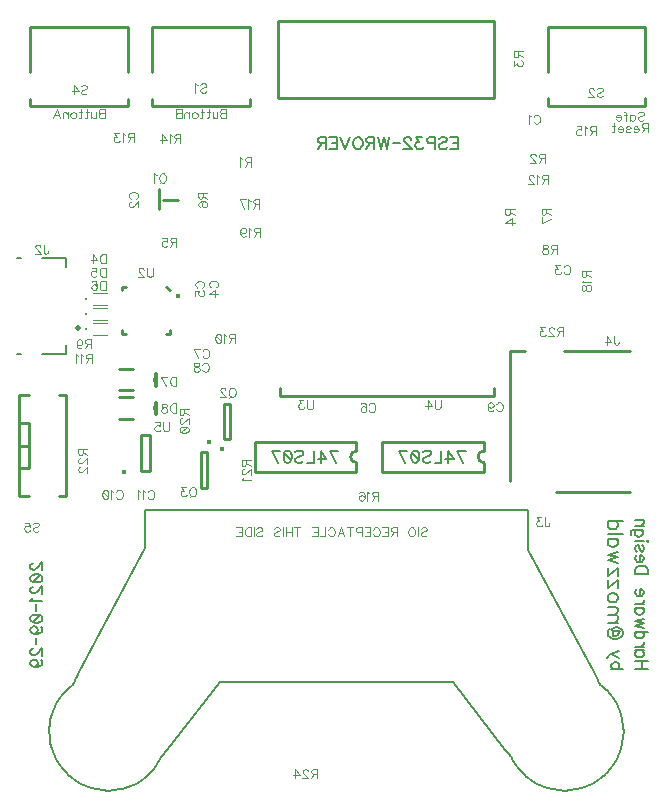
<source format=gbr>
G04 DipTrace 3.3.1.3*
G04 BottomSilk.gbr*
%MOMM*%
G04 #@! TF.FileFunction,Legend,Bot*
G04 #@! TF.Part,Single*
%ADD10C,0.25*%
%ADD14C,0.2*%
%ADD17C,0.1*%
%ADD19C,0.35*%
%ADD24O,0.40037X0.39994*%
%ADD27C,0.15*%
%ADD28O,0.50018X0.49973*%
%ADD41C,0.31758*%
%ADD43O,0.39172X0.39127*%
%ADD58O,0.41029X0.39013*%
%ADD64O,0.39103X0.39118*%
%ADD140C,0.11765*%
%ADD141C,0.15686*%
%ADD142C,0.19608*%
%FSLAX35Y35*%
G04*
G71*
G90*
G75*
G01*
G04 BotSilk*
%LPD*%
X1661754Y5172757D2*
D17*
X1781747D1*
X1661754Y5272757D2*
X1781747D1*
D14*
X1601758Y5222757D3*
X1661754Y5045757D2*
D17*
X1781747D1*
X1661754Y5145757D2*
X1781747D1*
D14*
X1601758Y5095757D3*
X1661754Y4918757D2*
D17*
X1781747D1*
X1661754Y5018757D2*
X1781747D1*
D14*
X1601758Y4968757D3*
X2003035Y4631895D2*
D10*
X1883065D1*
X2003035Y4451905D2*
X1883065D1*
D24*
X2188035Y4541900D3*
X2003035Y4393772D2*
D10*
X1883065D1*
X2003035Y4213782D2*
X1883065D1*
D24*
X2188035Y4303777D3*
D28*
X1529704Y4978915D3*
X1224701Y4763917D2*
D27*
X1434697D1*
Y4833896D1*
X1224701Y5573857D2*
X1434697D1*
Y5493916D1*
X1054732Y4763917D2*
X1014705D1*
X1054732Y5573857D2*
X1014705D1*
X5969855Y1951138D2*
D14*
X5955754Y1961350D1*
X5952836Y1966813D1*
X5947001Y1977975D1*
X5926579Y2016450D1*
X5900808Y2064663D1*
X5347456Y3101825D1*
Y3439550D1*
X5329951D1*
X5169974D1*
X4482904D1*
X3556598D1*
X2702257D1*
X2272899D1*
X2102712D1*
Y3115838D1*
X1542066Y2064663D1*
X1535258Y2052075D1*
X1523588Y2029750D1*
X1516294Y2016450D1*
X1495872Y1977975D1*
X1490037Y1966813D1*
X1487119Y1961350D1*
X1474963Y1952563D1*
X1473018Y1951138D1*
X1436550Y1918125D1*
X1403485Y1881788D1*
X1374310Y1842363D1*
X1349025Y1800325D1*
X1328116Y1755913D1*
X1311583Y1709600D1*
X1299913Y1662100D1*
X1292620Y1613650D1*
X1292133Y1606763D1*
X1290188Y1564488D1*
X1292620Y1515563D1*
X1299913Y1467113D1*
X1311583Y1419375D1*
X1328116Y1373300D1*
X1349025Y1328888D1*
X1374310Y1286850D1*
X1403485Y1247425D1*
X1415641Y1234363D1*
X1436550Y1210850D1*
X1451623Y1197075D1*
X1473018Y1178075D1*
X1512404Y1148863D1*
X1554708Y1123450D1*
X1598957Y1102550D1*
X1645151Y1086163D1*
X1692803Y1074050D1*
X1741428Y1066925D1*
X1790053Y1064550D1*
X1839164Y1066925D1*
X1887789Y1074050D1*
X1914047Y1080700D1*
X1935442Y1086163D1*
X1981635Y1102550D1*
X2025884Y1123450D1*
X2068188Y1148863D1*
X2107574Y1178075D1*
X2128483Y1197075D1*
X2143557Y1210850D1*
X2164952Y1234363D1*
X2176622Y1247425D1*
X2205796Y1286850D1*
X2231081Y1328888D1*
X2238861Y1344800D1*
X2247614Y1355725D1*
X2290404Y1410113D1*
X2737754Y1979638D1*
X4705120D1*
X5152469Y1410113D1*
X5190883Y1361425D1*
X5195259Y1355725D1*
X5204012Y1344800D1*
X5211792Y1328888D1*
X5237077Y1286850D1*
X5266252Y1247425D1*
X5299317Y1210850D1*
X5314391Y1197075D1*
X5329951Y1182825D1*
X5335299Y1178075D1*
X5374686Y1148863D1*
X5416989Y1123450D1*
X5461238Y1102550D1*
X5507432Y1086163D1*
X5555084Y1074050D1*
X5603709Y1066925D1*
X5652820Y1064550D1*
X5701445Y1066925D1*
X5750070Y1074050D1*
X5797723Y1086163D1*
X5843916Y1102550D1*
X5888165Y1123450D1*
X5930469Y1148863D1*
X5969855Y1178075D1*
X5991250Y1197075D1*
X6006324Y1210850D1*
X6010214Y1215363D1*
X6039389Y1247425D1*
X6068564Y1286850D1*
X6093849Y1328888D1*
X6114758Y1373300D1*
X6131290Y1419375D1*
X6142960Y1467113D1*
X6150254Y1515563D1*
X6152685Y1564488D1*
X6151226Y1595125D1*
X6150254Y1613650D1*
X6142960Y1662100D1*
X6131290Y1709600D1*
X6114758Y1755913D1*
X6093849Y1800325D1*
X6068564Y1842363D1*
X6039389Y1881788D1*
X6010214Y1913613D1*
X6006324Y1918125D1*
X5969855Y1951138D1*
X6208878Y4789699D2*
D10*
X5647157D1*
X5320836D2*
X5191304D1*
Y3687581D1*
X5577409Y3589360D2*
X6205141D1*
X2256496Y6065133D2*
X2383510D1*
D41*
X2218680Y6144333D3*
D43*
X2645396Y4017274D3*
X2772756Y4040644D2*
D10*
Y4340630D1*
X2822757D1*
Y4040644D1*
X2772756D1*
D43*
X2751867Y3951736D3*
X2624507Y3928366D2*
D10*
Y3628380D1*
X2574506D1*
Y3928366D1*
X2624507D1*
X2161598Y7145666D2*
Y7526676D1*
X2987162Y7145666D2*
X2987073Y7526676D1*
X2161598D2*
X2987162D1*
X2161598Y6923399D2*
Y6859877D1*
X2987162D1*
Y6923399D1*
X5511225Y7147082D2*
Y7528093D1*
X6336789Y7147082D2*
X6336700Y7528093D1*
X5511225D2*
X6336789D1*
X5511225Y6924816D2*
Y6861293D1*
X6336789D1*
Y6924816D1*
X1129725Y7145692D2*
Y7526703D1*
X1955289Y7145692D2*
X1955200Y7526703D1*
X1129725D2*
X1955289D1*
X1129725Y6923426D2*
Y6859903D1*
X1955289D1*
Y6923426D1*
X1433960Y4412803D2*
X1369697Y4412920D1*
X1036310Y4174785D2*
X1116456Y4174668D1*
Y3793698D1*
X1036310Y3793815D1*
X1116456Y3984183D2*
X1036310Y3984300D1*
X1037039Y4412803D2*
X1036310Y3555680D1*
X1433960Y4412803D2*
X1433231Y3555680D1*
X1116456Y3555563D2*
X1036310Y3555680D1*
X1116456Y4412803D2*
X1036310Y4412920D1*
X1433960Y3555563D2*
X1369697Y3555680D1*
X5056486Y7581078D2*
X3230966D1*
Y6930204D1*
X5056486D1*
Y7581078D1*
Y4470534D2*
Y4407034D1*
X3437219Y4406082D1*
X3246728Y4407034D2*
Y4470534D1*
Y4407034D2*
X3484890D1*
X2308368Y5299511D2*
X2278420Y5329503D1*
X2308368Y4929510D2*
X2278420D1*
X2308368D2*
Y4959503D1*
X1908217Y4929510D2*
Y4959503D1*
Y4929510D2*
X1938270D1*
X1908217Y5329503D2*
Y5299511D1*
Y5329503D2*
X1938270D1*
D58*
X2377856Y5254010D3*
X3890643Y3759362D2*
D10*
X3030617D1*
X3890643Y4019398D2*
X3030617D1*
Y3759362D2*
Y4019398D1*
X3890643Y3759362D2*
Y3839356D1*
Y3939404D2*
Y4019398D1*
Y3839356D2*
G02X3890643Y3939404I-30J50024D01*
G01*
X4970143Y3759362D2*
X4110117D1*
X4970143Y4019398D2*
X4110117D1*
Y3759362D2*
Y4019398D1*
X4970143Y3759362D2*
Y3839356D1*
Y3939404D2*
Y4019398D1*
Y3839356D2*
G02X4970143Y3939404I-30J50024D01*
G01*
D64*
X1926152Y3757396D3*
X2063478Y3770762D2*
D10*
Y4070757D1*
X2143464Y3770762D2*
Y4070757D1*
X2063478D2*
X2143464D1*
X2063478Y3770762D2*
X2143464D1*
X2190633Y4587757D2*
D19*
Y4492507D1*
Y4349630D2*
Y4254380D1*
X2222383Y6159380D2*
D10*
Y5984757D1*
X5390904Y6768868D2*
D140*
X5394526Y6776112D1*
X5401854Y6783440D1*
X5409098Y6787062D1*
X5423670D1*
X5430998Y6783440D1*
X5438242Y6776112D1*
X5441948Y6768868D1*
X5445570Y6757918D1*
Y6739640D1*
X5441948Y6728774D1*
X5438242Y6721446D1*
X5430998Y6714202D1*
X5423670Y6710496D1*
X5409098D1*
X5401854Y6714202D1*
X5394526Y6721446D1*
X5390904Y6728774D1*
X5367375Y6772405D2*
X5360047Y6776112D1*
X5349097Y6786977D1*
Y6710496D1*
X1982862Y6075587D2*
X1975618Y6079209D1*
X1968290Y6086537D1*
X1964668Y6093781D1*
Y6108353D1*
X1968290Y6115681D1*
X1975618Y6122925D1*
X1982862Y6126631D1*
X1993812Y6130253D1*
X2012090D1*
X2022956Y6126631D1*
X2030284Y6122925D1*
X2037528Y6115681D1*
X2041234Y6108353D1*
Y6093781D1*
X2037528Y6086537D1*
X2030284Y6079209D1*
X2022956Y6075587D1*
X1982946Y6048352D2*
X1979324D1*
X1971996Y6044730D1*
X1968374Y6041108D1*
X1964752Y6033780D1*
Y6019208D1*
X1968374Y6011964D1*
X1971996Y6008342D1*
X1979324Y6004636D1*
X1986568D1*
X1993896Y6008342D1*
X2004762Y6015586D1*
X2041234Y6052058D1*
Y6001014D1*
X5647154Y5494890D2*
X5650776Y5502134D1*
X5658104Y5509462D1*
X5665348Y5513084D1*
X5679920D1*
X5687248Y5509462D1*
X5694491Y5502134D1*
X5698198Y5494890D1*
X5701820Y5483940D1*
Y5465662D1*
X5698198Y5454796D1*
X5694491Y5447468D1*
X5687248Y5440224D1*
X5679920Y5436518D1*
X5665348D1*
X5658104Y5440224D1*
X5650776Y5447468D1*
X5647154Y5454796D1*
X5616296Y5512999D2*
X5576287D1*
X5598102Y5483856D1*
X5587152D1*
X5579909Y5480234D1*
X5576287Y5476612D1*
X5572581Y5465662D1*
Y5458418D1*
X5576287Y5447468D1*
X5583531Y5440140D1*
X5594481Y5436518D1*
X5605431D1*
X5616296Y5440140D1*
X5619918Y5443846D1*
X5623624Y5451090D1*
X2661795Y5324965D2*
X2654552Y5328587D1*
X2647223Y5335915D1*
X2643602Y5343159D1*
Y5357731D1*
X2647223Y5365059D1*
X2654552Y5372303D1*
X2661795Y5376009D1*
X2672745Y5379631D1*
X2691023D1*
X2701889Y5376009D1*
X2709217Y5372302D1*
X2716461Y5365059D1*
X2720167Y5357731D1*
Y5343159D1*
X2716461Y5335915D1*
X2709217Y5328587D1*
X2701889Y5324965D1*
X2720167Y5264964D2*
X2643686D1*
X2694645Y5301435D1*
Y5246770D1*
X2544822Y5322537D2*
X2537578Y5326159D1*
X2530250Y5333487D1*
X2526628Y5340731D1*
Y5355303D1*
X2530250Y5362631D1*
X2537578Y5369875D1*
X2544822Y5373581D1*
X2555772Y5377203D1*
X2574050D1*
X2584916Y5373581D1*
X2592244Y5369875D1*
X2599488Y5362631D1*
X2603194Y5355303D1*
Y5340731D1*
X2599488Y5333487D1*
X2592244Y5326159D1*
X2584916Y5322537D1*
X2526712Y5255292D2*
Y5291680D1*
X2559478Y5295302D1*
X2555856Y5291680D1*
X2552150Y5280730D1*
Y5269864D1*
X2555856Y5258914D1*
X2563100Y5251586D1*
X2574050Y5247964D1*
X2581294D1*
X2592244Y5251586D1*
X2599572Y5258914D1*
X2603194Y5269864D1*
Y5280730D1*
X2599572Y5291680D1*
X2595866Y5295302D1*
X2588622Y5299008D1*
X3996504Y4327631D2*
X4000126Y4334875D1*
X4007454Y4342203D1*
X4014698Y4345825D1*
X4029270D1*
X4036598Y4342203D1*
X4043842Y4334875D1*
X4047548Y4327631D1*
X4051170Y4316681D1*
Y4298403D1*
X4047548Y4287537D1*
X4043842Y4280209D1*
X4036598Y4272965D1*
X4029270Y4269259D1*
X4014698D1*
X4007454Y4272965D1*
X4000126Y4280209D1*
X3996504Y4287537D1*
X3929259Y4334875D2*
X3932881Y4342119D1*
X3943831Y4345741D1*
X3951075D1*
X3962025Y4342119D1*
X3969353Y4331169D1*
X3972975Y4312975D1*
Y4294781D1*
X3969353Y4280209D1*
X3962025Y4272881D1*
X3951075Y4269259D1*
X3947453D1*
X3936587Y4272881D1*
X3929259Y4280209D1*
X3925637Y4291159D1*
Y4294781D1*
X3929259Y4305731D1*
X3936587Y4312975D1*
X3947453Y4316597D1*
X3951075D1*
X3962025Y4312975D1*
X3969353Y4305731D1*
X3972975Y4294781D1*
X2589820Y4785298D2*
X2593442Y4792542D1*
X2600770Y4799870D1*
X2608014Y4803492D1*
X2622586D1*
X2629914Y4799870D1*
X2637158Y4792542D1*
X2640864Y4785298D1*
X2644486Y4774348D1*
Y4756070D1*
X2640864Y4745204D1*
X2637158Y4737876D1*
X2629914Y4730632D1*
X2622586Y4726926D1*
X2608014D1*
X2600770Y4730632D1*
X2593442Y4737876D1*
X2589820Y4745204D1*
X2551719Y4726926D2*
X2515247Y4803408D1*
X2566291D1*
X2586638Y4667875D2*
X2590260Y4675119D1*
X2597588Y4682447D1*
X2604832Y4686069D1*
X2619404D1*
X2626732Y4682447D1*
X2633976Y4675119D1*
X2637682Y4667875D1*
X2641304Y4656925D1*
Y4638647D1*
X2637682Y4627781D1*
X2633976Y4620453D1*
X2626732Y4613209D1*
X2619404Y4609503D1*
X2604832D1*
X2597588Y4613209D1*
X2590260Y4620453D1*
X2586638Y4627781D1*
X2544915Y4685984D2*
X2555781Y4682363D1*
X2559487Y4675119D1*
Y4667791D1*
X2555781Y4660547D1*
X2548537Y4656841D1*
X2533965Y4653219D1*
X2523015Y4649597D1*
X2515771Y4642269D1*
X2512149Y4635025D1*
Y4624075D1*
X2515771Y4616831D1*
X2519393Y4613125D1*
X2530343Y4609503D1*
X2544915D1*
X2555781Y4613125D1*
X2559487Y4616831D1*
X2563109Y4624075D1*
Y4635025D1*
X2559487Y4642269D1*
X2552159Y4649597D1*
X2541293Y4653219D1*
X2526721Y4656841D1*
X2519393Y4660547D1*
X2515771Y4667791D1*
Y4675119D1*
X2519393Y4682363D1*
X2530343Y4685984D1*
X2544915D1*
X5075366Y4332941D2*
X5078988Y4340185D1*
X5086316Y4347513D1*
X5093560Y4351135D1*
X5108132D1*
X5115460Y4347513D1*
X5122704Y4340185D1*
X5126410Y4332941D1*
X5130032Y4321991D1*
Y4303713D1*
X5126410Y4292848D1*
X5122704Y4285520D1*
X5115460Y4278276D1*
X5108132Y4274570D1*
X5093560D1*
X5086316Y4278276D1*
X5078988Y4285520D1*
X5075366Y4292848D1*
X5004415Y4325613D2*
X5008121Y4314663D1*
X5015365Y4307335D1*
X5026315Y4303713D1*
X5029937D1*
X5040887Y4307335D1*
X5048131Y4314663D1*
X5051837Y4325613D1*
Y4329235D1*
X5048131Y4340185D1*
X5040887Y4347429D1*
X5029937Y4351051D1*
X5026315D1*
X5015365Y4347429D1*
X5008121Y4340185D1*
X5004415Y4325613D1*
Y4307335D1*
X5008121Y4289141D1*
X5015365Y4278191D1*
X5026315Y4274570D1*
X5033559D1*
X5044509Y4278191D1*
X5048131Y4285520D1*
X1856364Y3590868D2*
X1859986Y3598112D1*
X1867314Y3605440D1*
X1874558Y3609062D1*
X1889130D1*
X1896458Y3605440D1*
X1903702Y3598112D1*
X1907408Y3590868D1*
X1911030Y3579918D1*
Y3561640D1*
X1907408Y3550774D1*
X1903702Y3543446D1*
X1896458Y3536202D1*
X1889130Y3532496D1*
X1874558D1*
X1867314Y3536202D1*
X1859986Y3543446D1*
X1856364Y3550774D1*
X1832835Y3594405D2*
X1825507Y3598112D1*
X1814557Y3608977D1*
Y3532496D1*
X1769127Y3608977D2*
X1780077Y3605355D1*
X1787405Y3594405D1*
X1791027Y3576212D1*
Y3565262D1*
X1787405Y3547068D1*
X1780077Y3536118D1*
X1769127Y3532496D1*
X1761883D1*
X1750933Y3536118D1*
X1743690Y3547068D1*
X1739983Y3565262D1*
Y3576212D1*
X1743690Y3594405D1*
X1750933Y3605355D1*
X1761883Y3608977D1*
X1769127D1*
X1743690Y3594405D2*
X1787405Y3547068D1*
X2124231Y3589031D2*
X2127853Y3596275D1*
X2135181Y3603603D1*
X2142425Y3607225D1*
X2156997D1*
X2164325Y3603603D1*
X2171569Y3596275D1*
X2175275Y3589031D1*
X2178897Y3578081D1*
Y3559803D1*
X2175275Y3548938D1*
X2171569Y3541610D1*
X2164325Y3534366D1*
X2156997Y3530660D1*
X2142425D1*
X2135181Y3534366D1*
X2127853Y3541610D1*
X2124231Y3548938D1*
X2100702Y3592569D2*
X2093374Y3596275D1*
X2082424Y3607141D1*
Y3530660D1*
X2058894Y3592569D2*
X2051566Y3596275D1*
X2040616Y3607141D1*
Y3530660D1*
X1768876Y5605062D2*
Y5528496D1*
X1743354D1*
X1732404Y5532202D1*
X1725076Y5539446D1*
X1721454Y5546774D1*
X1717832Y5557640D1*
Y5575918D1*
X1721454Y5586868D1*
X1725076Y5594112D1*
X1732404Y5601440D1*
X1743354Y5605062D1*
X1768876D1*
X1657831Y5528496D2*
Y5604978D1*
X1694303Y5554018D1*
X1639637D1*
X1767065Y5491575D2*
Y5415010D1*
X1741543D1*
X1730593Y5418716D1*
X1723265Y5425960D1*
X1719643Y5433288D1*
X1716021Y5444153D1*
Y5462431D1*
X1719643Y5473381D1*
X1723265Y5480625D1*
X1730593Y5487953D1*
X1741543Y5491575D1*
X1767065D1*
X1648776Y5491491D2*
X1685164D1*
X1688786Y5458725D1*
X1685164Y5462347D1*
X1674214Y5466053D1*
X1663348D1*
X1652398Y5462347D1*
X1645070Y5455103D1*
X1641448Y5444153D1*
Y5436910D1*
X1645070Y5425960D1*
X1652398Y5418631D1*
X1663348Y5415010D1*
X1674214D1*
X1685164Y5418631D1*
X1688786Y5422338D1*
X1692492Y5429581D1*
X1767466Y5378089D2*
Y5301523D1*
X1741944D1*
X1730994Y5305229D1*
X1723666Y5312473D1*
X1720044Y5319801D1*
X1716422Y5330667D1*
Y5348945D1*
X1720044Y5359895D1*
X1723666Y5367139D1*
X1730994Y5374467D1*
X1741944Y5378089D1*
X1767466D1*
X1649176Y5367139D2*
X1652798Y5374383D1*
X1663748Y5378004D1*
X1670992D1*
X1681942Y5374383D1*
X1689270Y5363433D1*
X1692892Y5345239D1*
Y5327045D1*
X1689270Y5312473D1*
X1681942Y5305145D1*
X1670992Y5301523D1*
X1667370D1*
X1656505Y5305145D1*
X1649176Y5312473D1*
X1645555Y5323423D1*
Y5327045D1*
X1649176Y5337995D1*
X1656505Y5345239D1*
X1667370Y5348861D1*
X1670992D1*
X1681942Y5345239D1*
X1689270Y5337995D1*
X1692892Y5327045D1*
X2365315Y4567397D2*
Y4490831D1*
X2339793D1*
X2328843Y4494537D1*
X2321515Y4501781D1*
X2317893Y4509109D1*
X2314271Y4519975D1*
Y4538253D1*
X2317893Y4549203D1*
X2321515Y4556447D1*
X2328843Y4563775D1*
X2339793Y4567397D1*
X2365315D1*
X2276170Y4490831D2*
X2239698Y4567313D1*
X2290742D1*
X2362796Y4341204D2*
Y4264638D1*
X2337275D1*
X2326325Y4268344D1*
X2318996Y4275588D1*
X2315375Y4282916D1*
X2311753Y4293782D1*
Y4312060D1*
X2315375Y4323010D1*
X2318996Y4330254D1*
X2326325Y4337582D1*
X2337275Y4341204D1*
X2362796D1*
X2270029Y4341119D2*
X2280895Y4337498D1*
X2284601Y4330254D1*
Y4322926D1*
X2280895Y4315682D1*
X2273651Y4311976D1*
X2259079Y4308354D1*
X2248129Y4304732D1*
X2240886Y4297404D1*
X2237264Y4290160D1*
Y4279210D1*
X2240886Y4271966D1*
X2244507Y4268260D1*
X2255457Y4264638D1*
X2270029D1*
X2280895Y4268260D1*
X2284601Y4271966D1*
X2288223Y4279210D1*
Y4290160D1*
X2284601Y4297404D1*
X2277273Y4304732D1*
X2266407Y4308354D1*
X2251836Y4311976D1*
X2244507Y4315682D1*
X2240886Y4322926D1*
Y4330254D1*
X2244507Y4337498D1*
X2255457Y4341119D1*
X2270029D1*
X1242957Y5685449D2*
Y5627161D1*
X1246579Y5616211D1*
X1250285Y5612589D1*
X1257529Y5608883D1*
X1264857D1*
X1272101Y5612589D1*
X1275723Y5616211D1*
X1279429Y5627161D1*
Y5634405D1*
X1215722Y5667171D2*
Y5670793D1*
X1212100Y5678121D1*
X1208478Y5681743D1*
X1201150Y5685364D1*
X1186578D1*
X1179334Y5681743D1*
X1175712Y5678121D1*
X1172006Y5670793D1*
Y5663549D1*
X1175712Y5656221D1*
X1182956Y5645355D1*
X1219428Y5608883D1*
X1168384D1*
X5486737Y3376519D2*
Y3318231D1*
X5490359Y3307281D1*
X5494065Y3303659D1*
X5501309Y3299953D1*
X5508637D1*
X5515881Y3303659D1*
X5519503Y3307281D1*
X5523209Y3318231D1*
Y3325475D1*
X5455880Y3376434D2*
X5415870D1*
X5437686Y3347291D1*
X5426736D1*
X5419492Y3343669D1*
X5415870Y3340047D1*
X5412164Y3329097D1*
Y3321853D1*
X5415870Y3310903D1*
X5423114Y3303575D1*
X5434064Y3299953D1*
X5445014D1*
X5455880Y3303575D1*
X5459502Y3307281D1*
X5463208Y3314525D1*
X6073652Y4916599D2*
Y4858311D1*
X6077274Y4847361D1*
X6080980Y4843739D1*
X6088224Y4840033D1*
X6095552D1*
X6102796Y4843739D1*
X6106417Y4847361D1*
X6110124Y4858311D1*
Y4865555D1*
X6013650Y4840033D2*
Y4916514D1*
X6050122Y4865555D1*
X5995456D1*
X2258590Y6288602D2*
X2265834Y6285064D1*
X2273162Y6277736D1*
X2276784Y6270408D1*
X2280490Y6259458D1*
Y6241264D1*
X2276784Y6230314D1*
X2273162Y6223070D1*
X2265834Y6215742D1*
X2258590Y6212120D1*
X2244018D1*
X2236690Y6215742D1*
X2229446Y6223070D1*
X2225824Y6230314D1*
X2222118Y6241264D1*
Y6259458D1*
X2225824Y6270408D1*
X2229446Y6277736D1*
X2236690Y6285064D1*
X2244018Y6288602D1*
X2258590D1*
X2247640Y6226692D2*
X2225824Y6204792D1*
X2198588Y6273946D2*
X2191260Y6277652D1*
X2180310Y6288518D1*
Y6212036D1*
X2845583Y4473759D2*
X2852826Y4470221D1*
X2860155Y4462893D1*
X2863776Y4455565D1*
X2867483Y4444615D1*
Y4426421D1*
X2863776Y4415471D1*
X2860155Y4408227D1*
X2852826Y4400899D1*
X2845583Y4397277D1*
X2831011D1*
X2823683Y4400899D1*
X2816439Y4408227D1*
X2812817Y4415471D1*
X2809111Y4426421D1*
Y4444615D1*
X2812817Y4455565D1*
X2816439Y4462893D1*
X2823683Y4470221D1*
X2831011Y4473759D1*
X2845583D1*
X2834633Y4411849D2*
X2812817Y4389949D1*
X2781875Y4455481D2*
Y4459103D1*
X2778253Y4466431D1*
X2774631Y4470053D1*
X2767303Y4473674D1*
X2752731D1*
X2745487Y4470053D1*
X2741866Y4466431D1*
X2738159Y4459103D1*
Y4451859D1*
X2741866Y4444531D1*
X2749109Y4433665D1*
X2785581Y4397193D1*
X2734537D1*
X2512656Y3632239D2*
X2519900Y3628701D1*
X2527228Y3621373D1*
X2530850Y3614045D1*
X2534556Y3603095D1*
Y3584901D1*
X2530850Y3573951D1*
X2527228Y3566707D1*
X2519900Y3559379D1*
X2512656Y3555757D1*
X2498084D1*
X2490756Y3559379D1*
X2483512Y3566707D1*
X2479890Y3573951D1*
X2476184Y3584901D1*
Y3603095D1*
X2479890Y3614045D1*
X2483512Y3621373D1*
X2490756Y3628701D1*
X2498084Y3632239D1*
X2512656D1*
X2501706Y3570329D2*
X2479890Y3548429D1*
X2445327Y3632154D2*
X2405317D1*
X2427133Y3603011D1*
X2416183D1*
X2408939Y3599389D1*
X2405317Y3595767D1*
X2401611Y3584817D1*
Y3577573D1*
X2405317Y3566623D1*
X2412561Y3559295D1*
X2423511Y3555673D1*
X2434461D1*
X2445327Y3559295D1*
X2448948Y3563001D1*
X2452655Y3570245D1*
X3000129Y6387806D2*
X2967363D1*
X2956413Y6391513D1*
X2952707Y6395134D1*
X2949085Y6402378D1*
Y6409706D1*
X2952707Y6416950D1*
X2956413Y6420656D1*
X2967363Y6424278D1*
X3000129D1*
Y6347713D1*
X2974607Y6387806D2*
X2949085Y6347713D1*
X2925556Y6409622D2*
X2918228Y6413328D1*
X2907278Y6424194D1*
Y6347713D1*
X5485549Y6419283D2*
X5452783D1*
X5441833Y6422989D1*
X5438127Y6426611D1*
X5434505Y6433855D1*
Y6441183D1*
X5438127Y6448427D1*
X5441833Y6452133D1*
X5452783Y6455755D1*
X5485549D1*
Y6379189D1*
X5460027Y6419283D2*
X5434505Y6379189D1*
X5407269Y6437477D2*
Y6441099D1*
X5403647Y6448427D1*
X5400025Y6452049D1*
X5392697Y6455671D1*
X5378125D1*
X5370881Y6452049D1*
X5367260Y6448427D1*
X5363553Y6441099D1*
Y6433855D1*
X5367260Y6426527D1*
X5374503Y6415661D1*
X5410975Y6379189D1*
X5359931D1*
X5259957Y7321719D2*
Y7288953D1*
X5256251Y7278003D1*
X5252629Y7274297D1*
X5245385Y7270675D1*
X5238057D1*
X5230813Y7274297D1*
X5227107Y7278003D1*
X5223485Y7288953D1*
Y7321719D1*
X5300051D1*
X5259957Y7296197D2*
X5300051Y7270675D1*
X5223569Y7239818D2*
Y7199808D1*
X5252713Y7221624D1*
Y7210674D1*
X5256335Y7203430D1*
X5259957Y7199808D1*
X5270907Y7196102D1*
X5278150D1*
X5289101Y7199808D1*
X5296429Y7207052D1*
X5300051Y7218002D1*
Y7228952D1*
X5296429Y7239817D1*
X5292723Y7243439D1*
X5285479Y7247145D1*
X5189360Y5984403D2*
Y5951637D1*
X5185654Y5940687D1*
X5182032Y5936981D1*
X5174788Y5933359D1*
X5167460D1*
X5160216Y5936981D1*
X5156510Y5940687D1*
X5152888Y5951637D1*
Y5984403D1*
X5229454D1*
X5189360Y5958881D2*
X5229454Y5933359D1*
Y5873358D2*
X5152972D1*
X5203932Y5909830D1*
Y5855164D1*
X2366355Y5707300D2*
X2333589D1*
X2322639Y5711006D1*
X2318933Y5714628D1*
X2315311Y5721872D1*
Y5729200D1*
X2318933Y5736444D1*
X2322639Y5740150D1*
X2333589Y5743772D1*
X2366355D1*
Y5667206D1*
X2340833Y5707300D2*
X2315311Y5667206D1*
X2248066Y5743687D2*
X2284454D1*
X2288076Y5710922D1*
X2284454Y5714544D1*
X2273504Y5718250D1*
X2262638D1*
X2251688Y5714544D1*
X2244360Y5707300D1*
X2240738Y5696350D1*
Y5689106D1*
X2244360Y5678156D1*
X2251688Y5670828D1*
X2262638Y5667206D1*
X2273504D1*
X2284454Y5670828D1*
X2288076Y5674534D1*
X2291782Y5681778D1*
X2589574Y6126589D2*
Y6093823D1*
X2585868Y6082873D1*
X2582246Y6079167D1*
X2575002Y6075545D1*
X2567674D1*
X2560430Y6079167D1*
X2556724Y6082873D1*
X2553102Y6093823D1*
Y6126589D1*
X2629668D1*
X2589574Y6101067D2*
X2629668Y6075545D1*
X2564052Y6008300D2*
X2556808Y6011922D1*
X2553186Y6022872D1*
Y6030116D1*
X2556808Y6041066D1*
X2567758Y6048394D1*
X2585952Y6052016D1*
X2604146D1*
X2618718Y6048394D1*
X2626046Y6041066D1*
X2629668Y6030116D1*
Y6026494D1*
X2626046Y6015628D1*
X2618718Y6008300D1*
X2607768Y6004678D1*
X2604146D1*
X2593196Y6008300D1*
X2585952Y6015628D1*
X2582330Y6026494D1*
Y6030116D1*
X2585952Y6041066D1*
X2593196Y6048394D1*
X2604146Y6052016D1*
X5495227Y5991012D2*
Y5958246D1*
X5491521Y5947296D1*
X5487899Y5943590D1*
X5480655Y5939968D1*
X5473327D1*
X5466083Y5943590D1*
X5462377Y5947296D1*
X5458755Y5958246D1*
Y5991012D1*
X5535321D1*
X5495227Y5965490D2*
X5535321Y5939968D1*
Y5901867D2*
X5458839Y5865395D1*
Y5916439D1*
X5588313Y5646842D2*
X5555547D1*
X5544597Y5650548D1*
X5540891Y5654170D1*
X5537269Y5661414D1*
Y5668742D1*
X5540891Y5675986D1*
X5544597Y5679692D1*
X5555547Y5683314D1*
X5588313D1*
Y5606748D1*
X5562791Y5646842D2*
X5537269Y5606748D1*
X5495546Y5683229D2*
X5506412Y5679608D1*
X5510118Y5672364D1*
Y5665036D1*
X5506412Y5657792D1*
X5499168Y5654086D1*
X5484596Y5650464D1*
X5473646Y5646842D1*
X5466402Y5639514D1*
X5462780Y5632270D1*
Y5621320D1*
X5466402Y5614076D1*
X5470024Y5610370D1*
X5480974Y5606748D1*
X5495546D1*
X5506412Y5610370D1*
X5510118Y5614076D1*
X5513740Y5621320D1*
Y5632270D1*
X5510118Y5639514D1*
X5502790Y5646842D1*
X5491924Y5650464D1*
X5477352Y5654086D1*
X5470024Y5657792D1*
X5466402Y5665036D1*
Y5672364D1*
X5470024Y5679608D1*
X5480974Y5683229D1*
X5495546D1*
X1644204Y4847113D2*
X1611439D1*
X1600489Y4850820D1*
X1596782Y4854441D1*
X1593160Y4861685D1*
Y4869013D1*
X1596782Y4876257D1*
X1600489Y4879963D1*
X1611439Y4883585D1*
X1644204D1*
Y4807020D1*
X1618682Y4847113D2*
X1593160Y4807020D1*
X1522209Y4858063D2*
X1525915Y4847113D1*
X1533159Y4839785D1*
X1544109Y4836163D1*
X1547731D1*
X1558681Y4839785D1*
X1565925Y4847113D1*
X1569631Y4858063D1*
Y4861685D1*
X1565925Y4872635D1*
X1558681Y4879879D1*
X1547731Y4883501D1*
X1544109D1*
X1533159Y4879879D1*
X1525915Y4872635D1*
X1522209Y4858063D1*
Y4839785D1*
X1525915Y4821591D1*
X1533159Y4810641D1*
X1544109Y4807020D1*
X1551353D1*
X1562303Y4810641D1*
X1565925Y4817970D1*
X2862782Y4893063D2*
X2830017D1*
X2819067Y4896770D1*
X2815360Y4900391D1*
X2811738Y4907635D1*
Y4914963D1*
X2815360Y4922207D1*
X2819067Y4925913D1*
X2830017Y4929535D1*
X2862782D1*
Y4852970D1*
X2837260Y4893063D2*
X2811738Y4852970D1*
X2788209Y4914879D2*
X2780881Y4918585D1*
X2769931Y4929451D1*
Y4852970D1*
X2724502Y4929451D2*
X2735452Y4925829D1*
X2742780Y4914879D1*
X2746402Y4896685D1*
Y4885735D1*
X2742780Y4867541D1*
X2735452Y4856591D1*
X2724502Y4852970D1*
X2717258D1*
X2706308Y4856591D1*
X2699064Y4867541D1*
X2695358Y4885735D1*
Y4896685D1*
X2699064Y4914879D1*
X2706308Y4925829D1*
X2717258Y4929451D1*
X2724502D1*
X2699064Y4914879D2*
X2742780Y4867541D1*
X1651446Y4722410D2*
X1618680D1*
X1607730Y4726116D1*
X1604024Y4729738D1*
X1600402Y4736982D1*
Y4744310D1*
X1604024Y4751554D1*
X1607730Y4755260D1*
X1618680Y4758882D1*
X1651446D1*
Y4682316D1*
X1625924Y4722410D2*
X1600402Y4682316D1*
X1576873Y4744226D2*
X1569545Y4747932D1*
X1558595Y4758798D1*
Y4682316D1*
X1535065Y4744226D2*
X1527737Y4747932D1*
X1516787Y4758798D1*
Y4682316D1*
X5512842Y6241063D2*
X5480077D1*
X5469127Y6244769D1*
X5465420Y6248391D1*
X5461798Y6255635D1*
Y6262963D1*
X5465420Y6270207D1*
X5469127Y6273913D1*
X5480077Y6277535D1*
X5512842D1*
Y6200969D1*
X5487320Y6241063D2*
X5461798Y6200969D1*
X5438269Y6262879D2*
X5430941Y6266585D1*
X5419991Y6277451D1*
Y6200969D1*
X5392755Y6259257D2*
Y6262879D1*
X5389134Y6270207D1*
X5385512Y6273829D1*
X5378184Y6277451D1*
X5363612D1*
X5356368Y6273829D1*
X5352746Y6270207D1*
X5349040Y6262879D1*
Y6255635D1*
X5352746Y6248307D1*
X5359990Y6237441D1*
X5396462Y6200969D1*
X5345418D1*
X2004109Y6593380D2*
X1971343D1*
X1960393Y6597086D1*
X1956687Y6600708D1*
X1953065Y6607952D1*
Y6615280D1*
X1956687Y6622524D1*
X1960393Y6626230D1*
X1971343Y6629852D1*
X2004109D1*
Y6553286D1*
X1978587Y6593380D2*
X1953065Y6553286D1*
X1929536Y6615195D2*
X1922208Y6618902D1*
X1911258Y6629767D1*
Y6553286D1*
X1880400Y6629767D2*
X1840391D1*
X1862206Y6600624D1*
X1851256D1*
X1844012Y6597002D1*
X1840391Y6593380D1*
X1836684Y6582430D1*
Y6575186D1*
X1840391Y6564236D1*
X1847634Y6556908D1*
X1858584Y6553286D1*
X1869534D1*
X1880400Y6556908D1*
X1884022Y6560614D1*
X1887728Y6567858D1*
X2401240Y6585160D2*
X2368474D1*
X2357524Y6588866D1*
X2353818Y6592488D1*
X2350196Y6599732D1*
Y6607060D1*
X2353818Y6614304D1*
X2357524Y6618010D1*
X2368474Y6621632D1*
X2401240D1*
Y6545066D1*
X2375718Y6585160D2*
X2350196Y6545066D1*
X2326667Y6606976D2*
X2319339Y6610682D1*
X2308389Y6621548D1*
Y6545066D1*
X2248387D2*
Y6621548D1*
X2284859Y6570588D1*
X2230193D1*
X5915899Y6651425D2*
X5883133D1*
X5872183Y6655131D1*
X5868477Y6658753D1*
X5864855Y6665997D1*
Y6673325D1*
X5868477Y6680569D1*
X5872183Y6684275D1*
X5883133Y6687897D1*
X5915899D1*
Y6611331D1*
X5890377Y6651425D2*
X5864855Y6611331D1*
X5841326Y6673241D2*
X5833998Y6676947D1*
X5823048Y6687813D1*
Y6611331D1*
X5755802Y6687813D2*
X5792190D1*
X5795812Y6655047D1*
X5792190Y6658669D1*
X5781240Y6662375D1*
X5770374D1*
X5759424Y6658669D1*
X5752096Y6651425D1*
X5748474Y6640475D1*
Y6633231D1*
X5752096Y6622281D1*
X5759424Y6614953D1*
X5770374Y6611331D1*
X5781240D1*
X5792190Y6614953D1*
X5795812Y6618659D1*
X5799518Y6625903D1*
X4076119Y3557620D2*
X4043353D1*
X4032403Y3561326D1*
X4028697Y3564948D1*
X4025075Y3572192D1*
Y3579520D1*
X4028697Y3586764D1*
X4032403Y3590470D1*
X4043353Y3594092D1*
X4076119D1*
Y3517526D1*
X4050597Y3557620D2*
X4025075Y3517526D1*
X4001546Y3579435D2*
X3994218Y3583142D1*
X3983268Y3594007D1*
Y3517526D1*
X3916023Y3583142D2*
X3919645Y3590385D1*
X3930595Y3594007D1*
X3937839D1*
X3948789Y3590385D1*
X3956117Y3579435D1*
X3959739Y3561242D1*
Y3543048D1*
X3956117Y3528476D1*
X3948789Y3521148D1*
X3937839Y3517526D1*
X3934217D1*
X3923351Y3521148D1*
X3916023Y3528476D1*
X3912401Y3539426D1*
Y3543048D1*
X3916023Y3553998D1*
X3923351Y3561242D1*
X3934217Y3564864D1*
X3937839D1*
X3948789Y3561242D1*
X3956117Y3553998D1*
X3959739Y3543048D1*
X3069449Y6032147D2*
X3036683D1*
X3025733Y6035853D1*
X3022027Y6039475D1*
X3018405Y6046719D1*
Y6054047D1*
X3022027Y6061291D1*
X3025733Y6064997D1*
X3036683Y6068619D1*
X3069449D1*
Y5992053D1*
X3043927Y6032147D2*
X3018405Y5992053D1*
X2994876Y6053963D2*
X2987548Y6057669D1*
X2976598Y6068534D1*
Y5992053D1*
X2938496D2*
X2902024Y6068534D1*
X2953068D1*
X5837617Y5460524D2*
Y5427758D1*
X5833911Y5416808D1*
X5830289Y5413102D1*
X5823045Y5409480D1*
X5815717D1*
X5808473Y5413102D1*
X5804767Y5416808D1*
X5801145Y5427758D1*
Y5460524D1*
X5877711D1*
X5837617Y5435002D2*
X5877711Y5409480D1*
X5815801Y5385950D2*
X5812095Y5378622D1*
X5801229Y5367672D1*
X5877711D1*
X5801229Y5325949D2*
X5804851Y5336815D1*
X5812095Y5340521D1*
X5819423D1*
X5826667Y5336815D1*
X5830373Y5329571D1*
X5833995Y5314999D1*
X5837617Y5304049D1*
X5844945Y5296805D1*
X5852189Y5293184D1*
X5863139D1*
X5870382Y5296805D1*
X5874089Y5300427D1*
X5877711Y5311377D1*
Y5325949D1*
X5874089Y5336815D1*
X5870383Y5340521D1*
X5863139Y5344143D1*
X5852189D1*
X5844945Y5340521D1*
X5837617Y5333193D1*
X5833995Y5322327D1*
X5830373Y5307755D1*
X5826667Y5300427D1*
X5819423Y5296805D1*
X5812095D1*
X5804851Y5300427D1*
X5801229Y5311377D1*
Y5325949D1*
X3072145Y5791770D2*
X3039379D1*
X3028429Y5795476D1*
X3024723Y5799098D1*
X3021101Y5806342D1*
Y5813670D1*
X3024723Y5820914D1*
X3028429Y5824620D1*
X3039379Y5828242D1*
X3072145D1*
Y5751676D1*
X3046623Y5791770D2*
X3021101Y5751676D1*
X2997571Y5813586D2*
X2990243Y5817292D1*
X2979293Y5828158D1*
Y5751676D1*
X2908342Y5802720D2*
X2912048Y5791770D1*
X2919292Y5784442D1*
X2930242Y5780820D1*
X2933864D1*
X2944814Y5784442D1*
X2952058Y5791770D1*
X2955764Y5802720D1*
Y5806342D1*
X2952058Y5817292D1*
X2944814Y5824536D1*
X2933864Y5828158D1*
X2930242D1*
X2919292Y5824536D1*
X2912048Y5817292D1*
X2908342Y5802720D1*
Y5784442D1*
X2912048Y5766248D1*
X2919292Y5755298D1*
X2930242Y5751676D1*
X2937486D1*
X2948436Y5755298D1*
X2952058Y5762626D1*
X2429760Y4292472D2*
Y4259706D1*
X2426054Y4248756D1*
X2422432Y4245050D1*
X2415188Y4241428D1*
X2407860D1*
X2400616Y4245050D1*
X2396910Y4248756D1*
X2393288Y4259706D1*
Y4292472D1*
X2469854D1*
X2429760Y4266950D2*
X2469854Y4241428D1*
X2411566Y4214193D2*
X2407944D1*
X2400616Y4210571D1*
X2396994Y4206949D1*
X2393372Y4199621D1*
Y4185049D1*
X2396994Y4177805D1*
X2400616Y4174183D1*
X2407944Y4170477D1*
X2415188D1*
X2422516Y4174183D1*
X2433382Y4181427D1*
X2469854Y4217899D1*
Y4166855D1*
X2393372Y4121426D2*
X2396994Y4132376D1*
X2407944Y4139704D1*
X2426138Y4143326D1*
X2437088D1*
X2455282Y4139704D1*
X2466232Y4132375D1*
X2469854Y4121426D1*
Y4114182D1*
X2466232Y4103232D1*
X2455282Y4095988D1*
X2437088Y4092282D1*
X2426138D1*
X2407944Y4095988D1*
X2396994Y4103232D1*
X2393372Y4114182D1*
Y4121426D1*
X2407944Y4095988D2*
X2455282Y4139704D1*
X2954697Y3863346D2*
Y3830580D1*
X2950991Y3819630D1*
X2947369Y3815924D1*
X2940125Y3812302D1*
X2932797D1*
X2925553Y3815924D1*
X2921847Y3819630D1*
X2918225Y3830580D1*
Y3863346D1*
X2994791D1*
X2954697Y3837824D2*
X2994791Y3812302D1*
X2936503Y3785066D2*
X2932881D1*
X2925553Y3781445D1*
X2921931Y3777823D1*
X2918309Y3770495D1*
Y3755923D1*
X2921931Y3748679D1*
X2925553Y3745057D1*
X2932881Y3741351D1*
X2940125D1*
X2947453Y3745057D1*
X2958319Y3752301D1*
X2994791Y3788772D1*
Y3737729D1*
X2932881Y3714199D2*
X2929175Y3706871D1*
X2918309Y3695921D1*
X2994791D1*
X1572510Y3956102D2*
Y3923336D1*
X1568804Y3912386D1*
X1565182Y3908680D1*
X1557938Y3905058D1*
X1550610D1*
X1543366Y3908680D1*
X1539660Y3912386D1*
X1536038Y3923336D1*
Y3956102D1*
X1612604D1*
X1572510Y3930580D2*
X1612604Y3905058D1*
X1554316Y3877823D2*
X1550694D1*
X1543366Y3874201D1*
X1539744Y3870579D1*
X1536122Y3863251D1*
Y3848679D1*
X1539744Y3841435D1*
X1543366Y3837813D1*
X1550694Y3834107D1*
X1557938D1*
X1565266Y3837813D1*
X1576132Y3845057D1*
X1612604Y3881529D1*
Y3830485D1*
X1554316Y3803249D2*
X1550694D1*
X1543366Y3799628D1*
X1539744Y3796006D1*
X1536122Y3788678D1*
Y3774106D1*
X1539744Y3766862D1*
X1543366Y3763240D1*
X1550694Y3759534D1*
X1557938D1*
X1565266Y3763240D1*
X1576132Y3770484D1*
X1612604Y3806955D1*
Y3755912D1*
X5641852Y4950813D2*
X5609086D1*
X5598136Y4954519D1*
X5594430Y4958141D1*
X5590808Y4965385D1*
Y4972713D1*
X5594430Y4979957D1*
X5598136Y4983663D1*
X5609086Y4987285D1*
X5641852D1*
Y4910719D1*
X5616330Y4950813D2*
X5590808Y4910719D1*
X5563572Y4969007D2*
Y4972629D1*
X5559951Y4979957D1*
X5556329Y4983579D1*
X5549001Y4987201D1*
X5534429D1*
X5527185Y4983579D1*
X5523563Y4979957D1*
X5519857Y4972629D1*
Y4965385D1*
X5523563Y4958057D1*
X5530807Y4947191D1*
X5567279Y4910719D1*
X5516235D1*
X5485377Y4987201D2*
X5445368D1*
X5467183Y4958057D1*
X5456233D1*
X5448990Y4954435D1*
X5445368Y4950813D1*
X5441662Y4939863D1*
Y4932619D1*
X5445368Y4921669D1*
X5452612Y4914341D1*
X5463562Y4910719D1*
X5474512D1*
X5485377Y4914341D1*
X5488999Y4918047D1*
X5492705Y4925291D1*
X3559133Y1207303D2*
X3526367D1*
X3515417Y1211010D1*
X3511711Y1214631D1*
X3508089Y1221875D1*
Y1229203D1*
X3511711Y1236447D1*
X3515417Y1240153D1*
X3526367Y1243775D1*
X3559133D1*
Y1167210D1*
X3533611Y1207303D2*
X3508089Y1167210D1*
X3480853Y1225497D2*
Y1229119D1*
X3477232Y1236447D1*
X3473610Y1240069D1*
X3466282Y1243691D1*
X3451710D1*
X3444466Y1240069D1*
X3440844Y1236447D1*
X3437138Y1229119D1*
Y1221875D1*
X3440844Y1214547D1*
X3448088Y1203681D1*
X3484560Y1167210D1*
X3433516D1*
X3373514D2*
Y1243691D1*
X3409986Y1192731D1*
X3355321D1*
X2569762Y7039899D2*
X2577006Y7047227D1*
X2587956Y7050849D1*
X2602528D1*
X2613478Y7047227D1*
X2620806Y7039899D1*
Y7032655D1*
X2617100Y7025327D1*
X2613478Y7021705D1*
X2606234Y7018083D1*
X2584334Y7010755D1*
X2577006Y7007133D1*
X2573384Y7003427D1*
X2569762Y6996183D1*
Y6985233D1*
X2577006Y6977989D1*
X2587956Y6974283D1*
X2602528D1*
X2613478Y6977989D1*
X2620806Y6985233D1*
X2546232Y7036193D2*
X2538904Y7039899D1*
X2527954Y7050764D1*
Y6974283D1*
X2788961Y6834032D2*
Y6757466D1*
X2756111D1*
X2745161Y6761172D1*
X2741539Y6764794D1*
X2737917Y6772038D1*
Y6782988D1*
X2741539Y6790316D1*
X2745161Y6793938D1*
X2756111Y6797560D1*
X2745161Y6801266D1*
X2741539Y6804888D1*
X2737917Y6812132D1*
Y6819460D1*
X2741539Y6826704D1*
X2745161Y6830410D1*
X2756111Y6834032D1*
X2788961D1*
Y6797560D2*
X2756111D1*
X2714388Y6808510D2*
Y6772038D1*
X2710766Y6761172D1*
X2703438Y6757466D1*
X2692488D1*
X2685244Y6761172D1*
X2674294Y6772038D1*
Y6808510D2*
Y6757466D1*
X2639814Y6834032D2*
Y6772038D1*
X2636192Y6761172D1*
X2628864Y6757466D1*
X2621620D1*
X2650764Y6808510D2*
X2625242D1*
X2587141Y6834032D2*
Y6772038D1*
X2583519Y6761172D1*
X2576191Y6757466D1*
X2568947D1*
X2598091Y6808510D2*
X2572569D1*
X2527224D2*
X2534468Y6804888D1*
X2541796Y6797560D1*
X2545418Y6786610D1*
Y6779366D1*
X2541796Y6768416D1*
X2534468Y6761172D1*
X2527224Y6757466D1*
X2516274D1*
X2508946Y6761172D1*
X2501702Y6768416D1*
X2497996Y6779366D1*
Y6786610D1*
X2501702Y6797560D1*
X2508946Y6804888D1*
X2516274Y6808510D1*
X2527224D1*
X2474466D2*
Y6757466D1*
Y6793938D2*
X2463516Y6804888D1*
X2456188Y6808510D1*
X2445323D1*
X2437994Y6804888D1*
X2434373Y6793938D1*
Y6757466D1*
X2410843Y6834032D2*
Y6757466D1*
X2377993D1*
X2367043Y6761172D1*
X2363421Y6764794D1*
X2359799Y6772038D1*
Y6782988D1*
X2363421Y6790316D1*
X2367043Y6793938D1*
X2377993Y6797560D1*
X2367043Y6801266D1*
X2363421Y6804888D1*
X2359799Y6812132D1*
Y6819460D1*
X2363421Y6826704D1*
X2367043Y6830410D1*
X2377993Y6834032D1*
X2410843D1*
Y6797560D2*
X2377993D1*
X5928338Y7003142D2*
X5935582Y7010470D1*
X5946532Y7014092D1*
X5961104D1*
X5972054Y7010470D1*
X5979382Y7003142D1*
Y6995898D1*
X5975676Y6988570D1*
X5972054Y6984948D1*
X5964810Y6981326D1*
X5942910Y6973998D1*
X5935582Y6970376D1*
X5931960Y6966670D1*
X5928338Y6959426D1*
Y6948476D1*
X5935582Y6941232D1*
X5946532Y6937526D1*
X5961104D1*
X5972054Y6941232D1*
X5979382Y6948476D1*
X5901103Y6995814D2*
Y6999436D1*
X5897481Y7006764D1*
X5893859Y7010386D1*
X5886531Y7014008D1*
X5871959D1*
X5864715Y7010386D1*
X5861093Y7006764D1*
X5857387Y6999436D1*
Y6992192D1*
X5861093Y6984864D1*
X5868337Y6973998D1*
X5904809Y6937526D1*
X5853765D1*
X1561532Y7026095D2*
X1568776Y7033423D1*
X1579726Y7037045D1*
X1594298D1*
X1605248Y7033423D1*
X1612576Y7026095D1*
Y7018851D1*
X1608870Y7011523D1*
X1605248Y7007901D1*
X1598004Y7004280D1*
X1576104Y6996951D1*
X1568776Y6993330D1*
X1565154Y6989623D1*
X1561532Y6982380D1*
Y6971430D1*
X1568776Y6964186D1*
X1579726Y6960480D1*
X1594298D1*
X1605248Y6964186D1*
X1612576Y6971430D1*
X1501531Y6960480D2*
Y7036961D1*
X1538003Y6986001D1*
X1483337D1*
X1760751Y6834058D2*
Y6757493D1*
X1727901D1*
X1716951Y6761199D1*
X1713330Y6764821D1*
X1709708Y6772064D1*
Y6783014D1*
X1713330Y6790343D1*
X1716951Y6793964D1*
X1727901Y6797586D1*
X1716951Y6801293D1*
X1713330Y6804914D1*
X1709708Y6812158D1*
Y6819486D1*
X1713330Y6826730D1*
X1716951Y6830436D1*
X1727901Y6834058D1*
X1760751D1*
Y6797586D2*
X1727901D1*
X1686178Y6808536D2*
Y6772064D1*
X1682556Y6761199D1*
X1675228Y6757493D1*
X1664278D1*
X1657034Y6761199D1*
X1646084Y6772064D1*
Y6808536D2*
Y6757493D1*
X1611605Y6834058D2*
Y6772064D1*
X1607983Y6761199D1*
X1600655Y6757493D1*
X1593411D1*
X1622555Y6808536D2*
X1597033D1*
X1558932Y6834058D2*
Y6772064D1*
X1555310Y6761199D1*
X1547982Y6757493D1*
X1540738D1*
X1569882Y6808536D2*
X1544360D1*
X1499015D2*
X1506258Y6804914D1*
X1513587Y6797586D1*
X1517208Y6786636D1*
Y6779393D1*
X1513587Y6768443D1*
X1506258Y6761199D1*
X1499015Y6757493D1*
X1488065D1*
X1480737Y6761199D1*
X1473493Y6768443D1*
X1469787Y6779393D1*
Y6786636D1*
X1473493Y6797586D1*
X1480737Y6804914D1*
X1488065Y6808536D1*
X1499015D1*
X1446257D2*
Y6757493D1*
Y6793964D2*
X1435307Y6804914D1*
X1427979Y6808536D1*
X1417113D1*
X1409785Y6804914D1*
X1406163Y6793964D1*
Y6757493D1*
X1324262D2*
X1353490Y6834058D1*
X1382634Y6757493D1*
X1371684Y6783014D2*
X1335212D1*
X1151661Y3320955D2*
X1158905Y3328283D1*
X1169855Y3331905D1*
X1184427D1*
X1195377Y3328283D1*
X1202705Y3320955D1*
Y3313711D1*
X1198999Y3306383D1*
X1195377Y3302761D1*
X1188133Y3299140D1*
X1166233Y3291811D1*
X1158905Y3288190D1*
X1155283Y3284483D1*
X1151661Y3277240D1*
Y3266290D1*
X1158905Y3259046D1*
X1169855Y3255340D1*
X1184427D1*
X1195377Y3259046D1*
X1202705Y3266290D1*
X1084416Y3331821D2*
X1120804D1*
X1124426Y3299055D1*
X1120804Y3302677D1*
X1109854Y3306383D1*
X1098988D1*
X1088038Y3302677D1*
X1080710Y3295433D1*
X1077088Y3284483D1*
Y3277240D1*
X1080710Y3266290D1*
X1088038Y3258961D1*
X1098988Y3255340D1*
X1109854D1*
X1120804Y3258961D1*
X1124426Y3262668D1*
X1128132Y3269911D1*
X2168099Y5489475D2*
Y5434810D1*
X2164477Y5423860D1*
X2157149Y5416616D1*
X2146199Y5412910D1*
X2138955D1*
X2128005Y5416616D1*
X2120677Y5423860D1*
X2117055Y5434810D1*
Y5489475D1*
X2089819Y5471197D2*
Y5474819D1*
X2086197Y5482147D1*
X2082575Y5485769D1*
X2075247Y5489391D1*
X2060675D1*
X2053431Y5485769D1*
X2049810Y5482147D1*
X2046103Y5474819D1*
Y5467575D1*
X2049810Y5460247D1*
X2057053Y5449381D1*
X2093525Y5412910D1*
X2042481D1*
X3523439Y4370972D2*
Y4316306D1*
X3519817Y4305356D1*
X3512489Y4298112D1*
X3501539Y4294406D1*
X3494295D1*
X3483345Y4298112D1*
X3476017Y4305356D1*
X3472395Y4316306D1*
Y4370972D1*
X3441537Y4370888D2*
X3401528D1*
X3423343Y4341744D1*
X3412393D1*
X3405150Y4338122D1*
X3401528Y4334500D1*
X3397821Y4323550D1*
Y4316306D1*
X3401528Y4305356D1*
X3408771Y4298028D1*
X3419721Y4294406D1*
X3430671D1*
X3441537Y4298028D1*
X3445159Y4301734D1*
X3448865Y4308978D1*
X4604750Y4370972D2*
Y4316306D1*
X4601128Y4305356D1*
X4593800Y4298112D1*
X4582850Y4294406D1*
X4575606D1*
X4564656Y4298112D1*
X4557328Y4305356D1*
X4553706Y4316306D1*
Y4370972D1*
X4493704Y4294406D2*
Y4370888D1*
X4530176Y4319928D1*
X4475511D1*
X2305672Y4182345D2*
Y4127680D1*
X2302050Y4116730D1*
X2294722Y4109486D1*
X2283772Y4105780D1*
X2276528D1*
X2265578Y4109486D1*
X2258250Y4116730D1*
X2254628Y4127680D1*
Y4182345D1*
X2187383Y4182261D2*
X2223771D1*
X2227393Y4149495D1*
X2223771Y4153117D1*
X2212821Y4156823D1*
X2201955D1*
X2191005Y4153117D1*
X2183677Y4145873D1*
X2180055Y4134923D1*
Y4127680D1*
X2183677Y4116730D1*
X2191005Y4109401D1*
X2201955Y4105780D1*
X2212821D1*
X2223771Y4109401D1*
X2227393Y4113108D1*
X2231099Y4120351D1*
X4795226Y3839926D2*
D141*
X4746597Y3941901D1*
X4814655D1*
X4666595Y3839926D2*
Y3941901D1*
X4715224Y3873955D1*
X4642336D1*
X4610964Y3942013D2*
Y3839926D1*
X4552676D1*
X4453245Y3927413D2*
X4462904Y3937184D1*
X4477504Y3942013D1*
X4496933D1*
X4511533Y3937184D1*
X4521304Y3927413D1*
Y3917755D1*
X4516362Y3907984D1*
X4511533Y3903155D1*
X4501874Y3898326D1*
X4472674Y3888555D1*
X4462904Y3883726D1*
X4458074Y3878784D1*
X4453245Y3869126D1*
Y3854526D1*
X4462904Y3844867D1*
X4477504Y3839926D1*
X4496933D1*
X4511533Y3844867D1*
X4521304Y3854526D1*
X4392673Y3941901D2*
X4407273Y3937072D1*
X4417043Y3922472D1*
X4421873Y3898213D1*
Y3883613D1*
X4417043Y3859355D1*
X4407273Y3844755D1*
X4392673Y3839926D1*
X4383014D1*
X4368414Y3844755D1*
X4358756Y3859355D1*
X4353814Y3883613D1*
Y3898213D1*
X4358756Y3922472D1*
X4368414Y3937072D1*
X4383014Y3941901D1*
X4392673D1*
X4358756Y3922472D2*
X4417043Y3859355D1*
X4303012Y3839926D2*
X4254383Y3941901D1*
X4322442D1*
X4687012Y6597053D2*
X4750129D1*
Y6494966D1*
X4687012D1*
X4750129Y6548424D2*
X4711270D1*
X4587581Y6582453D2*
X4597239Y6592224D1*
X4611839Y6597053D1*
X4631268D1*
X4645868Y6592224D1*
X4655639Y6582453D1*
Y6572795D1*
X4650698Y6563024D1*
X4645868Y6558195D1*
X4636210Y6553366D1*
X4607010Y6543595D1*
X4597239Y6538766D1*
X4592410Y6533824D1*
X4587581Y6524166D1*
Y6509566D1*
X4597239Y6499907D1*
X4611839Y6494966D1*
X4631268D1*
X4645868Y6499907D1*
X4655639Y6509566D1*
X4556208Y6543595D2*
X4512408D1*
X4497920Y6548424D1*
X4492979Y6553366D1*
X4488150Y6563024D1*
Y6577624D1*
X4492979Y6587283D1*
X4497920Y6592224D1*
X4512408Y6597053D1*
X4556208D1*
Y6494966D1*
X4447006Y6596941D2*
X4393660D1*
X4422748Y6558083D1*
X4408148D1*
X4398489Y6553253D1*
X4393660Y6548424D1*
X4388719Y6533824D1*
Y6524166D1*
X4393660Y6509566D1*
X4403319Y6499795D1*
X4417919Y6494966D1*
X4432519D1*
X4447006Y6499795D1*
X4451836Y6504736D1*
X4456777Y6514395D1*
X4352405Y6572683D2*
Y6577512D1*
X4347575Y6587283D1*
X4342746Y6592112D1*
X4332975Y6596941D1*
X4313546D1*
X4303888Y6592112D1*
X4299058Y6587283D1*
X4294117Y6577512D1*
Y6567853D1*
X4299058Y6558083D1*
X4308717Y6543595D1*
X4357346Y6494966D1*
X4289288D1*
X4257915Y6545953D2*
X4201761D1*
X4170389Y6597053D2*
X4146018Y6494966D1*
X4121760Y6597053D1*
X4097501Y6494966D1*
X4073130Y6597053D1*
X4041758Y6548424D2*
X3998070D1*
X3983470Y6553366D1*
X3978528Y6558195D1*
X3973699Y6567853D1*
Y6577624D1*
X3978528Y6587283D1*
X3983470Y6592224D1*
X3998070Y6597053D1*
X4041758D1*
Y6494966D1*
X4007728Y6548424D2*
X3973699Y6494966D1*
X3913127Y6597053D2*
X3922897Y6592224D1*
X3932556Y6582453D1*
X3937497Y6572795D1*
X3942327Y6558195D1*
Y6533824D1*
X3937497Y6519336D1*
X3932556Y6509566D1*
X3922897Y6499907D1*
X3913127Y6494966D1*
X3893697D1*
X3884039Y6499907D1*
X3874268Y6509566D1*
X3869439Y6519336D1*
X3864610Y6533824D1*
Y6558195D1*
X3869439Y6572795D1*
X3874268Y6582453D1*
X3884039Y6592224D1*
X3893697Y6597053D1*
X3913127D1*
X3833237D2*
X3794379Y6494966D1*
X3755520Y6597053D1*
X3661031D2*
X3724148D1*
Y6494966D1*
X3661031D1*
X3724148Y6548424D2*
X3685289D1*
X3629658D2*
X3585971D1*
X3571371Y6553366D1*
X3566429Y6558195D1*
X3561600Y6567853D1*
Y6577624D1*
X3566429Y6587283D1*
X3571371Y6592224D1*
X3585971Y6597053D1*
X3629658D1*
Y6494966D1*
X3595629Y6548424D2*
X3561600Y6494966D1*
X3715726Y3839926D2*
X3667097Y3941901D1*
X3735155D1*
X3587095Y3839926D2*
Y3941901D1*
X3635724Y3873955D1*
X3562836D1*
X3531464Y3942013D2*
Y3839926D1*
X3473176D1*
X3373745Y3927413D2*
X3383404Y3937184D1*
X3398004Y3942013D1*
X3417433D1*
X3432033Y3937184D1*
X3441804Y3927413D1*
Y3917755D1*
X3436862Y3907984D1*
X3432033Y3903155D1*
X3422374Y3898326D1*
X3393174Y3888555D1*
X3383404Y3883726D1*
X3378574Y3878784D1*
X3373745Y3869126D1*
Y3854526D1*
X3383404Y3844867D1*
X3398004Y3839926D1*
X3417433D1*
X3432033Y3844867D1*
X3441804Y3854526D1*
X3313173Y3941901D2*
X3327773Y3937072D1*
X3337543Y3922472D1*
X3342373Y3898213D1*
Y3883613D1*
X3337543Y3859355D1*
X3327773Y3844755D1*
X3313173Y3839926D1*
X3303514D1*
X3288914Y3844755D1*
X3279256Y3859355D1*
X3274314Y3883613D1*
Y3898213D1*
X3279256Y3922472D1*
X3288914Y3937072D1*
X3303514Y3941901D1*
X3313173D1*
X3279256Y3922472D2*
X3337543Y3859355D1*
X3223512Y3839926D2*
X3174883Y3941901D1*
X3242942D1*
X6355450Y2092214D2*
X6253362D1*
X6355450Y2160272D2*
X6253362D1*
X6306821Y2092214D2*
Y2160272D1*
X6321421Y2249933D2*
X6253362D1*
X6306821D2*
X6316591Y2240274D1*
X6321421Y2230503D1*
Y2216016D1*
X6316591Y2206245D1*
X6306821Y2196587D1*
X6292221Y2191645D1*
X6282562D1*
X6267962Y2196587D1*
X6258304Y2206245D1*
X6253362Y2216016D1*
Y2230503D1*
X6258304Y2240274D1*
X6267962Y2249933D1*
X6321421Y2281305D2*
X6253362D1*
X6292221D2*
X6306821Y2286247D1*
X6316591Y2295905D1*
X6321421Y2305676D1*
Y2320276D1*
X6355450Y2409936D2*
X6253362D1*
X6306821D2*
X6316591Y2400278D1*
X6321421Y2390507D1*
Y2375907D1*
X6316591Y2366249D1*
X6306821Y2356478D1*
X6292221Y2351649D1*
X6282562D1*
X6267962Y2356478D1*
X6258304Y2366249D1*
X6253362Y2375907D1*
Y2390507D1*
X6258304Y2400278D1*
X6267962Y2409936D1*
X6321421Y2441309D2*
X6253362Y2460738D1*
X6321421Y2480167D1*
X6253362Y2499597D1*
X6321421Y2519026D1*
Y2608686D2*
X6253362D1*
X6306821D2*
X6316591Y2599028D1*
X6321421Y2589257D1*
Y2574769D1*
X6316591Y2564998D1*
X6306821Y2555340D1*
X6292221Y2550398D1*
X6282562D1*
X6267962Y2555340D1*
X6258304Y2564998D1*
X6253362Y2574769D1*
Y2589257D1*
X6258304Y2599028D1*
X6267962Y2608686D1*
X6321421Y2640059D2*
X6253362D1*
X6292221D2*
X6306821Y2645000D1*
X6316591Y2654659D1*
X6321421Y2664429D1*
Y2679029D1*
X6292221Y2710402D2*
Y2768690D1*
X6301991D1*
X6311762Y2763860D1*
X6316591Y2759031D1*
X6321421Y2749260D1*
Y2734660D1*
X6316591Y2725002D1*
X6306821Y2715231D1*
X6292221Y2710402D1*
X6282562D1*
X6267962Y2715231D1*
X6258304Y2725002D1*
X6253362Y2734660D1*
Y2749260D1*
X6258304Y2759031D1*
X6267962Y2768690D1*
X6355450Y2898819D2*
X6253362D1*
Y2932849D1*
X6258304Y2947449D1*
X6267962Y2957219D1*
X6277733Y2962048D1*
X6292221Y2966878D1*
X6316591D1*
X6331191Y2962048D1*
X6340850Y2957219D1*
X6350621Y2947448D1*
X6355450Y2932848D1*
Y2898819D1*
X6292221Y2998250D2*
Y3056538D1*
X6301991D1*
X6311762Y3051709D1*
X6316591Y3046879D1*
X6321421Y3037109D1*
Y3022509D1*
X6316591Y3012850D1*
X6306821Y3003079D1*
X6292221Y2998250D1*
X6282562D1*
X6267962Y3003080D1*
X6258304Y3012850D1*
X6253362Y3022509D1*
Y3037109D1*
X6258304Y3046880D1*
X6267962Y3056538D1*
X6306821Y3141369D2*
X6316591Y3136540D1*
X6321421Y3121940D1*
Y3107340D1*
X6316591Y3092740D1*
X6306821Y3087910D1*
X6297162Y3092740D1*
X6292221Y3102511D1*
X6287391Y3126769D1*
X6282562Y3136540D1*
X6272791Y3141369D1*
X6267962D1*
X6258304Y3136540D1*
X6253362Y3121940D1*
Y3107340D1*
X6258304Y3092740D1*
X6267962Y3087911D1*
X6355450Y3172741D2*
X6350621Y3177571D1*
X6355450Y3182512D1*
X6360391Y3177571D1*
X6355450Y3172741D1*
X6321421Y3177571D2*
X6253362D1*
X6316591Y3272172D2*
X6238762Y3272173D1*
X6224275Y3267343D1*
X6219333Y3262514D1*
X6214504Y3252743D1*
Y3238143D1*
X6219333Y3228485D1*
X6301991Y3272172D2*
X6311650Y3262514D1*
X6316591Y3252743D1*
Y3238143D1*
X6311650Y3228485D1*
X6301991Y3218714D1*
X6287391Y3213885D1*
X6277621D1*
X6263133Y3218714D1*
X6253362Y3228485D1*
X6248533Y3238143D1*
Y3252743D1*
X6253362Y3262514D1*
X6263133Y3272172D1*
X6321421Y3303545D2*
X6253362D1*
X6301991D2*
X6316591Y3318145D1*
X6321421Y3327916D1*
Y3342403D1*
X6316591Y3352174D1*
X6301992Y3357003D1*
X6253362D1*
X6115061Y2415923D2*
D142*
Y2397673D1*
X6109025Y2385600D1*
X6102988Y2379423D1*
X6090775Y2373386D1*
X6066488D1*
X6060452Y2379423D1*
Y2391636D1*
X6066488Y2415923D1*
X6054415Y2421959D1*
Y2427996D1*
X6066488Y2440209D1*
X6096811Y2446246D1*
X6115061Y2440209D1*
X6127275Y2434173D1*
X6139348Y2421959D1*
X6145385Y2409886D1*
Y2385600D1*
X6139348Y2373386D1*
X6127275Y2361313D1*
X6115061Y2355136D1*
X6096811Y2349100D1*
X6066488D1*
X6048238Y2355136D1*
X6036165Y2361313D1*
X6023952Y2373386D1*
X6017915Y2385600D1*
Y2409886D1*
X6023952Y2421959D1*
X6036165Y2434173D1*
X6121098Y2415923D2*
X6066488D1*
X6102988Y2485462D2*
X6017915D1*
X6078702D2*
X6096952Y2503712D1*
X6102988Y2515925D1*
Y2534035D1*
X6096952Y2546248D1*
X6078702Y2552285D1*
X6017915D1*
X6078702D2*
X6096952Y2570535D1*
X6102988Y2582748D1*
Y2600858D1*
X6096952Y2613071D1*
X6078702Y2619248D1*
X6017915D1*
X6102988Y2688787D2*
X6096952Y2676714D1*
X6084738Y2664500D1*
X6066488Y2658464D1*
X6054415D1*
X6036165Y2664500D1*
X6024092Y2676714D1*
X6017915Y2688787D1*
Y2707037D1*
X6024092Y2719250D1*
X6036165Y2731324D1*
X6054415Y2737500D1*
X6066488D1*
X6084738Y2731324D1*
X6096952Y2719250D1*
X6102988Y2707037D1*
Y2688787D1*
Y2776716D2*
Y2843539D1*
X6017915Y2776716D1*
Y2843539D1*
X6102988Y2882755D2*
Y2949578D1*
X6017915Y2882755D1*
Y2949578D1*
X6102988Y2988794D2*
X6017915Y3013080D1*
X6102988Y3037367D1*
X6017915Y3061653D1*
X6102988Y3085940D1*
Y3198015D2*
X6017915D1*
X6084738D2*
X6096952Y3185942D1*
X6102988Y3173728D1*
Y3155619D1*
X6096952Y3143405D1*
X6084738Y3131332D1*
X6066488Y3125155D1*
X6054415D1*
X6036165Y3131332D1*
X6024092Y3143405D1*
X6017915Y3155619D1*
Y3173729D1*
X6024092Y3185942D1*
X6036165Y3198015D1*
X6145525Y3237231D2*
X6017915D1*
X6145525Y3349306D2*
X6017915D1*
X6084738D2*
X6096952Y3337233D1*
X6102988Y3325019D1*
Y3306769D1*
X6096952Y3294696D1*
X6084738Y3282483D1*
X6066488Y3276446D1*
X6054415D1*
X6036165Y3282483D1*
X6024092Y3294696D1*
X6017915Y3306769D1*
Y3325019D1*
X6024092Y3337233D1*
X6036165Y3349306D1*
X1154964Y2990440D2*
D141*
X1150135D1*
X1140364Y2985611D1*
X1135535Y2980782D1*
X1130706Y2971011D1*
Y2951582D1*
X1135535Y2941924D1*
X1140364Y2937094D1*
X1150135Y2932153D1*
X1159793D1*
X1169564Y2937094D1*
X1184052Y2946753D1*
X1232681Y2995382D1*
Y2927324D1*
X1130706Y2866751D2*
X1135535Y2881351D1*
X1150135Y2891122D1*
X1174393Y2895951D1*
X1188993D1*
X1213252Y2891122D1*
X1227852Y2881351D1*
X1232681Y2866751D1*
Y2857093D1*
X1227852Y2842493D1*
X1213252Y2832834D1*
X1188993Y2827893D1*
X1174393D1*
X1150135Y2832834D1*
X1135535Y2842493D1*
X1130706Y2857093D1*
Y2866751D1*
X1150135Y2832834D2*
X1213252Y2891122D1*
X1154964Y2791578D2*
X1150135D1*
X1140364Y2786749D1*
X1135535Y2781920D1*
X1130706Y2772149D1*
Y2752720D1*
X1135535Y2743062D1*
X1140364Y2738232D1*
X1150135Y2733291D1*
X1159793D1*
X1169564Y2738232D1*
X1184052Y2747891D1*
X1232681Y2796520D1*
Y2728462D1*
X1150135Y2697089D2*
X1145193Y2687318D1*
X1130706Y2672718D1*
X1232681D1*
X1181693Y2641346D2*
Y2585192D1*
X1130706Y2524619D2*
X1135535Y2539219D1*
X1150135Y2548990D1*
X1174393Y2553819D1*
X1188993D1*
X1213252Y2548990D1*
X1227852Y2539219D1*
X1232681Y2524619D1*
Y2514961D1*
X1227852Y2500361D1*
X1213252Y2490702D1*
X1188993Y2485761D1*
X1174394D1*
X1150135Y2490702D1*
X1135535Y2500361D1*
X1130706Y2514961D1*
Y2524619D1*
X1150135Y2490702D2*
X1213252Y2548990D1*
X1164623Y2391159D2*
X1179223Y2396101D1*
X1188994Y2405759D1*
X1193823Y2420359D1*
Y2425188D1*
X1188994Y2439788D1*
X1179223Y2449447D1*
X1164623Y2454388D1*
X1159794D1*
X1145194Y2449447D1*
X1135535Y2439788D1*
X1130706Y2425188D1*
Y2420359D1*
X1135535Y2405759D1*
X1145194Y2396101D1*
X1164623Y2391159D1*
X1188994D1*
X1213252Y2396101D1*
X1227852Y2405759D1*
X1232681Y2420359D1*
Y2430017D1*
X1227852Y2444617D1*
X1218081Y2449447D1*
X1181694Y2359787D2*
Y2303633D1*
X1154964Y2267319D2*
X1150135D1*
X1140364Y2262489D1*
X1135535Y2257660D1*
X1130706Y2247889D1*
Y2228460D1*
X1135535Y2218802D1*
X1140364Y2213973D1*
X1150135Y2209031D1*
X1159794D1*
X1169564Y2213973D1*
X1184052Y2223631D1*
X1232681Y2272260D1*
Y2204202D1*
X1164623Y2109600D2*
X1179223Y2114542D1*
X1188993Y2124200D1*
X1193823Y2138800D1*
Y2143629D1*
X1188994Y2158229D1*
X1179223Y2167888D1*
X1164623Y2172829D1*
X1159794D1*
X1145194Y2167888D1*
X1135535Y2158229D1*
X1130706Y2143629D1*
Y2138800D1*
X1135535Y2124200D1*
X1145193Y2114542D1*
X1164623Y2109600D1*
X1188993D1*
X1213252Y2114542D1*
X1227852Y2124200D1*
X1232681Y2138800D1*
Y2148458D1*
X1227852Y2163058D1*
X1218081Y2167888D1*
X6150116Y2094794D2*
X6048029D1*
X6101487D2*
X6111258Y2104565D1*
X6116087Y2114223D1*
Y2128823D1*
X6111258Y2138482D1*
X6101487Y2148252D1*
X6086887Y2153082D1*
X6077229D1*
X6062629Y2148252D1*
X6052970Y2138482D1*
X6048029Y2128823D1*
Y2114223D1*
X6052970Y2104565D1*
X6062629Y2094794D1*
X6116087Y2189396D2*
X6048029Y2218483D1*
X6028600Y2208825D1*
X6018829Y2199054D1*
X6014000Y2189396D1*
Y2184454D1*
X6116087Y2247683D2*
X6048029Y2218483D1*
X6274129Y6800965D2*
D140*
X6281373Y6808293D1*
X6292323Y6811915D1*
X6306895D1*
X6317845Y6808293D1*
X6325173Y6800965D1*
Y6793721D1*
X6321467Y6786393D1*
X6317845Y6782771D1*
X6310601Y6779149D1*
X6288701Y6771821D1*
X6281373Y6768199D1*
X6277751Y6764493D1*
X6274129Y6757249D1*
Y6746299D1*
X6281373Y6739055D1*
X6292323Y6735349D1*
X6306895D1*
X6317845Y6739055D1*
X6325173Y6746299D1*
X6206884Y6786393D2*
Y6735349D1*
Y6775443D2*
X6214128Y6782771D1*
X6221456Y6786393D1*
X6232322D1*
X6239650Y6782771D1*
X6246894Y6775443D1*
X6250600Y6764493D1*
Y6757249D1*
X6246894Y6746299D1*
X6239650Y6739055D1*
X6232322Y6735349D1*
X6221456D1*
X6214128Y6739055D1*
X6206884Y6746299D1*
X6154211Y6811915D2*
X6161455D1*
X6168783Y6808293D1*
X6172405Y6797343D1*
Y6735349D1*
X6183355Y6786393D2*
X6157833D1*
X6130681Y6764493D2*
X6086966D1*
Y6771821D1*
X6090588Y6779149D1*
X6094210Y6782771D1*
X6101538Y6786393D1*
X6112488D1*
X6119731Y6782771D1*
X6127060Y6775443D1*
X6130681Y6764493D1*
Y6757249D1*
X6127060Y6746299D1*
X6119731Y6739055D1*
X6112488Y6735349D1*
X6101538D1*
X6094210Y6739055D1*
X6086966Y6746299D1*
X6355640Y6677563D2*
X6322874D1*
X6311924Y6681269D1*
X6308218Y6684891D1*
X6304596Y6692135D1*
Y6699463D1*
X6308218Y6706707D1*
X6311924Y6710413D1*
X6322874Y6714035D1*
X6355640D1*
Y6637469D1*
X6330118Y6677563D2*
X6304596Y6637469D1*
X6281067Y6666613D2*
X6237351D1*
Y6673941D1*
X6240973Y6681269D1*
X6244595Y6684891D1*
X6251923Y6688513D1*
X6262873D1*
X6270117Y6684891D1*
X6277445Y6677563D1*
X6281067Y6666613D1*
Y6659369D1*
X6277445Y6648419D1*
X6270117Y6641175D1*
X6262873Y6637469D1*
X6251923D1*
X6244595Y6641175D1*
X6237351Y6648419D1*
X6173727Y6677563D2*
X6177349Y6684891D1*
X6188299Y6688513D1*
X6199249D1*
X6210199Y6684891D1*
X6213821Y6677563D1*
X6210199Y6670319D1*
X6202871Y6666613D1*
X6184677Y6662991D1*
X6177349Y6659369D1*
X6173727Y6652041D1*
Y6648419D1*
X6177349Y6641175D1*
X6188299Y6637469D1*
X6199249D1*
X6210199Y6641175D1*
X6213821Y6648419D1*
X6150198Y6666613D2*
X6106482D1*
Y6673941D1*
X6110104Y6681269D1*
X6113726Y6684891D1*
X6121054Y6688513D1*
X6132004D1*
X6139248Y6684891D1*
X6146576Y6677563D1*
X6150198Y6666613D1*
Y6659369D1*
X6146576Y6648419D1*
X6139248Y6641175D1*
X6132004Y6637469D1*
X6121054D1*
X6113726Y6641175D1*
X6106482Y6648419D1*
X6072003Y6714035D2*
Y6652041D1*
X6068381Y6641175D1*
X6061053Y6637469D1*
X6053809D1*
X6082953Y6688513D2*
X6057431D1*
X4435610Y3280917D2*
X4442854Y3288246D1*
X4453804Y3291867D1*
X4468376D1*
X4479326Y3288246D1*
X4486654Y3280917D1*
Y3273674D1*
X4482948Y3266346D1*
X4479326Y3262724D1*
X4472082Y3259102D1*
X4450182Y3251774D1*
X4442854Y3248152D1*
X4439232Y3244446D1*
X4435610Y3237202D1*
Y3226252D1*
X4442854Y3219008D1*
X4453804Y3215302D1*
X4468376D1*
X4479326Y3219008D1*
X4486654Y3226252D1*
X4412081Y3291867D2*
Y3215302D1*
X4366651Y3291867D2*
X4373979Y3288246D1*
X4381223Y3280917D1*
X4384929Y3273674D1*
X4388551Y3262724D1*
Y3244446D1*
X4384929Y3233580D1*
X4381223Y3226252D1*
X4373979Y3219008D1*
X4366651Y3215302D1*
X4352079D1*
X4344835Y3219008D1*
X4337507Y3226252D1*
X4333885Y3233580D1*
X4330263Y3244446D1*
Y3262724D1*
X4333885Y3273674D1*
X4337507Y3280917D1*
X4344835Y3288246D1*
X4352079Y3291867D1*
X4366651D1*
X4232666Y3255396D2*
X4199900D1*
X4188950Y3259102D1*
X4185244Y3262724D1*
X4181622Y3269967D1*
Y3277296D1*
X4185244Y3284539D1*
X4188950Y3288246D1*
X4199900Y3291867D1*
X4232666D1*
Y3215302D1*
X4207144Y3255396D2*
X4181622Y3215302D1*
X4110755Y3291867D2*
X4158093D1*
Y3215302D1*
X4110755D1*
X4158093Y3255396D2*
X4128949D1*
X4032560Y3273674D2*
X4036182Y3280917D1*
X4043510Y3288246D1*
X4050754Y3291867D1*
X4065326D1*
X4072654Y3288246D1*
X4079898Y3280917D1*
X4083604Y3273674D1*
X4087226Y3262724D1*
Y3244446D1*
X4083604Y3233580D1*
X4079898Y3226252D1*
X4072654Y3219008D1*
X4065326Y3215302D1*
X4050754D1*
X4043510Y3219008D1*
X4036182Y3226252D1*
X4032560Y3233580D1*
X3961693Y3291867D2*
X4009031D1*
Y3215302D1*
X3961693D1*
X4009031Y3255396D2*
X3979887D1*
X3938164Y3251774D2*
X3905314D1*
X3894448Y3255396D1*
X3890742Y3259102D1*
X3887120Y3266346D1*
Y3277296D1*
X3890742Y3284539D1*
X3894448Y3288246D1*
X3905314Y3291867D1*
X3938164D1*
Y3215302D1*
X3838068Y3291867D2*
Y3215302D1*
X3863590Y3291867D2*
X3812546D1*
X3730645Y3215302D2*
X3759873Y3291867D1*
X3789017Y3215302D1*
X3778067Y3240824D2*
X3741595D1*
X3652450Y3273674D2*
X3656072Y3280917D1*
X3663400Y3288246D1*
X3670644Y3291867D1*
X3685216D1*
X3692544Y3288246D1*
X3699788Y3280917D1*
X3703494Y3273674D1*
X3707116Y3262724D1*
Y3244446D1*
X3703494Y3233580D1*
X3699788Y3226252D1*
X3692544Y3219008D1*
X3685216Y3215302D1*
X3670644D1*
X3663400Y3219008D1*
X3656072Y3226252D1*
X3652450Y3233580D1*
X3628920Y3291867D2*
Y3215302D1*
X3585205D1*
X3514338Y3291867D2*
X3561675D1*
Y3215302D1*
X3514338D1*
X3561675Y3255396D2*
X3532531D1*
X3391218Y3291867D2*
Y3215302D1*
X3416740Y3291867D2*
X3365696D1*
X3342167D2*
Y3215302D1*
X3291123Y3291867D2*
Y3215302D1*
X3342167Y3255396D2*
X3291123D1*
X3267594Y3291867D2*
Y3215302D1*
X3193021Y3280917D2*
X3200264Y3288246D1*
X3211214Y3291867D1*
X3225786D1*
X3236736Y3288246D1*
X3244064Y3280917D1*
Y3273674D1*
X3240358Y3266346D1*
X3236736Y3262724D1*
X3229492Y3259102D1*
X3207592Y3251774D1*
X3200264Y3248152D1*
X3196642Y3244446D1*
X3193021Y3237202D1*
Y3226252D1*
X3200264Y3219008D1*
X3211214Y3215302D1*
X3225786D1*
X3236736Y3219008D1*
X3244064Y3226252D1*
X3044379Y3280917D2*
X3051623Y3288246D1*
X3062573Y3291867D1*
X3077145D1*
X3088095Y3288246D1*
X3095423Y3280917D1*
Y3273674D1*
X3091717Y3266346D1*
X3088095Y3262724D1*
X3080851Y3259102D1*
X3058951Y3251774D1*
X3051623Y3248152D1*
X3048001Y3244446D1*
X3044379Y3237202D1*
Y3226252D1*
X3051623Y3219008D1*
X3062573Y3215302D1*
X3077145D1*
X3088095Y3219008D1*
X3095423Y3226252D1*
X3020850Y3291867D2*
Y3215302D1*
X2997321Y3291867D2*
Y3215302D1*
X2971799D1*
X2960849Y3219008D1*
X2953521Y3226252D1*
X2949899Y3233580D1*
X2946277Y3244446D1*
Y3262724D1*
X2949899Y3273674D1*
X2953521Y3280917D1*
X2960849Y3288246D1*
X2971799Y3291867D1*
X2997321D1*
X2875410D2*
X2922747D1*
Y3215302D1*
X2875410D1*
X2922747Y3255396D2*
X2893603D1*
M02*

</source>
